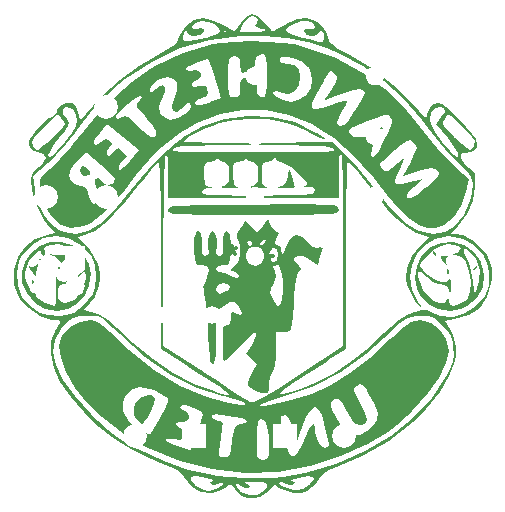
<source format=gbo>
%TF.GenerationSoftware,KiCad,Pcbnew,7.0.10*%
%TF.CreationDate,2024-04-05T22:28:22-04:00*%
%TF.ProjectId,finalIOTproject,66696e61-6c49-44f5-9470-726f6a656374,rev?*%
%TF.SameCoordinates,Original*%
%TF.FileFunction,Legend,Bot*%
%TF.FilePolarity,Positive*%
%FSLAX46Y46*%
G04 Gerber Fmt 4.6, Leading zero omitted, Abs format (unit mm)*
G04 Created by KiCad (PCBNEW 7.0.10) date 2024-04-05 22:28:22*
%MOMM*%
%LPD*%
G01*
G04 APERTURE LIST*
G04 Aperture macros list*
%AMRoundRect*
0 Rectangle with rounded corners*
0 $1 Rounding radius*
0 $2 $3 $4 $5 $6 $7 $8 $9 X,Y pos of 4 corners*
0 Add a 4 corners polygon primitive as box body*
4,1,4,$2,$3,$4,$5,$6,$7,$8,$9,$2,$3,0*
0 Add four circle primitives for the rounded corners*
1,1,$1+$1,$2,$3*
1,1,$1+$1,$4,$5*
1,1,$1+$1,$6,$7*
1,1,$1+$1,$8,$9*
0 Add four rect primitives between the rounded corners*
20,1,$1+$1,$2,$3,$4,$5,0*
20,1,$1+$1,$4,$5,$6,$7,0*
20,1,$1+$1,$6,$7,$8,$9,0*
20,1,$1+$1,$8,$9,$2,$3,0*%
G04 Aperture macros list end*
%ADD10C,0.300000*%
%ADD11C,1.524000*%
%ADD12R,1.524000X1.524000*%
%ADD13C,1.600000*%
%ADD14O,1.600000X1.600000*%
%ADD15R,2.000000X2.000000*%
%ADD16C,2.000000*%
%ADD17R,1.700000X1.700000*%
%ADD18O,1.700000X1.700000*%
%ADD19C,3.200000*%
%ADD20RoundRect,0.102000X-0.750000X0.750000X-0.750000X-0.750000X0.750000X-0.750000X0.750000X0.750000X0*%
%ADD21C,1.704000*%
G04 APERTURE END LIST*
D10*
X136881427Y-71309757D02*
X137024285Y-71238328D01*
X137024285Y-71238328D02*
X137238570Y-71238328D01*
X137238570Y-71238328D02*
X137452856Y-71309757D01*
X137452856Y-71309757D02*
X137595713Y-71452614D01*
X137595713Y-71452614D02*
X137667142Y-71595471D01*
X137667142Y-71595471D02*
X137738570Y-71881185D01*
X137738570Y-71881185D02*
X137738570Y-72095471D01*
X137738570Y-72095471D02*
X137667142Y-72381185D01*
X137667142Y-72381185D02*
X137595713Y-72524042D01*
X137595713Y-72524042D02*
X137452856Y-72666900D01*
X137452856Y-72666900D02*
X137238570Y-72738328D01*
X137238570Y-72738328D02*
X137095713Y-72738328D01*
X137095713Y-72738328D02*
X136881427Y-72666900D01*
X136881427Y-72666900D02*
X136809999Y-72595471D01*
X136809999Y-72595471D02*
X136809999Y-72095471D01*
X136809999Y-72095471D02*
X137095713Y-72095471D01*
X135952856Y-71238328D02*
X135952856Y-71595471D01*
X136309999Y-71452614D02*
X135952856Y-71595471D01*
X135952856Y-71595471D02*
X135595713Y-71452614D01*
X136167142Y-71881185D02*
X135952856Y-71595471D01*
X135952856Y-71595471D02*
X135738570Y-71881185D01*
X134809999Y-71238328D02*
X134809999Y-71595471D01*
X135167142Y-71452614D02*
X134809999Y-71595471D01*
X134809999Y-71595471D02*
X134452856Y-71452614D01*
X135024285Y-71881185D02*
X134809999Y-71595471D01*
X134809999Y-71595471D02*
X134595713Y-71881185D01*
X133667142Y-71238328D02*
X133667142Y-71595471D01*
X134024285Y-71452614D02*
X133667142Y-71595471D01*
X133667142Y-71595471D02*
X133309999Y-71452614D01*
X133881428Y-71881185D02*
X133667142Y-71595471D01*
X133667142Y-71595471D02*
X133452856Y-71881185D01*
%TO.C,G\u002A\u002A\u002A*%
G36*
X117475200Y-72364800D02*
G01*
X117373600Y-72466400D01*
X117272000Y-72364800D01*
X117373600Y-72263200D01*
X117475200Y-72364800D01*
G37*
G36*
X152003158Y-73363866D02*
G01*
X151988791Y-73569964D01*
X151896434Y-73630566D01*
X151856167Y-73558677D01*
X151880392Y-73241100D01*
X151953533Y-73147045D01*
X152003158Y-73363866D01*
G37*
G36*
X119100800Y-73076000D02*
G01*
X119086136Y-73183573D01*
X118965334Y-73211466D01*
X118941015Y-73181684D01*
X118965334Y-72940533D01*
X119026453Y-72908743D01*
X119100800Y-73076000D01*
G37*
G36*
X116865600Y-74295200D02*
G01*
X116850936Y-74402773D01*
X116730134Y-74430666D01*
X116705815Y-74400884D01*
X116730134Y-74159733D01*
X116791253Y-74127943D01*
X116865600Y-74295200D01*
G37*
G36*
X154375404Y-73044603D02*
G01*
X154312678Y-73134871D01*
X154140808Y-73279200D01*
X154112401Y-73277222D01*
X154067652Y-73159596D01*
X154285797Y-72954996D01*
X154399354Y-72905555D01*
X154375404Y-73044603D01*
G37*
G36*
X150710143Y-71662743D02*
G01*
X150901600Y-71856800D01*
X150939449Y-71928743D01*
X150925585Y-72060000D01*
X150889858Y-72050856D01*
X150698400Y-71856800D01*
X150660552Y-71784856D01*
X150674416Y-71653600D01*
X150710143Y-71662743D01*
G37*
G36*
X146424687Y-61257772D02*
G01*
X146286584Y-61608464D01*
X146073889Y-61934395D01*
X145850086Y-62044961D01*
X145614628Y-61881505D01*
X145645213Y-61605727D01*
X146011536Y-61333416D01*
X146318196Y-61205494D01*
X146424687Y-61257772D01*
G37*
G36*
X121363426Y-64617674D02*
G01*
X121620515Y-64874820D01*
X121649156Y-65137680D01*
X121570376Y-65224433D01*
X121216031Y-65354400D01*
X120910072Y-65203578D01*
X120754931Y-64865056D01*
X120851819Y-64541620D01*
X121039258Y-64486875D01*
X121363426Y-64617674D01*
G37*
G36*
X151899607Y-72112690D02*
G01*
X151878216Y-72190770D01*
X151767247Y-72297700D01*
X151758191Y-72631928D01*
X151775279Y-72680154D01*
X151824951Y-72869273D01*
X151724650Y-72791061D01*
X151428821Y-72415600D01*
X151322857Y-72267520D01*
X151307544Y-72099958D01*
X151638720Y-72076042D01*
X151899607Y-72112690D01*
G37*
G36*
X126851704Y-83883006D02*
G01*
X127118033Y-84129500D01*
X127073047Y-84616556D01*
X126718019Y-85356014D01*
X126498373Y-85710930D01*
X126201395Y-86123325D01*
X126021786Y-86284000D01*
X125834556Y-86187487D01*
X125514779Y-85892162D01*
X125330058Y-85560349D01*
X125319581Y-84993029D01*
X125561656Y-84436850D01*
X125994286Y-84013732D01*
X126555471Y-83845600D01*
X126851704Y-83883006D01*
G37*
G36*
X117189569Y-72940219D02*
G01*
X117131334Y-73160504D01*
X117068800Y-73639456D01*
X117065180Y-73737995D01*
X116991221Y-73820232D01*
X116770463Y-73572037D01*
X116762330Y-73561241D01*
X116517918Y-73163375D01*
X116488571Y-72947760D01*
X116685119Y-72988440D01*
X116829133Y-73020174D01*
X117110687Y-72848033D01*
X117120902Y-72833782D01*
X117242364Y-72709052D01*
X117189569Y-72940219D01*
G37*
G36*
X138664147Y-65183122D02*
G01*
X138786081Y-65604043D01*
X138933674Y-66046722D01*
X138945485Y-66246168D01*
X138719782Y-66338020D01*
X138172541Y-66350145D01*
X138148810Y-66349589D01*
X137666574Y-66325273D01*
X137558909Y-66276158D01*
X137795200Y-66189184D01*
X137898908Y-66155789D01*
X138242861Y-65887504D01*
X138411014Y-65345839D01*
X138429898Y-65223440D01*
X138500079Y-64851133D01*
X138563576Y-64847070D01*
X138664147Y-65183122D01*
G37*
G36*
X140277615Y-67727460D02*
G01*
X141243846Y-67732605D01*
X141906749Y-67742184D01*
X142214800Y-67756132D01*
X142500669Y-67861051D01*
X142672000Y-68213332D01*
X142658876Y-68316459D01*
X142593214Y-68399949D01*
X142435696Y-68465609D01*
X142147004Y-68515578D01*
X141687820Y-68551993D01*
X141018827Y-68576993D01*
X140100707Y-68592715D01*
X138894141Y-68601299D01*
X137359811Y-68604881D01*
X135458400Y-68605600D01*
X135296438Y-68605598D01*
X133425457Y-68604824D01*
X131918470Y-68601143D01*
X130736129Y-68592367D01*
X129839089Y-68576308D01*
X129188004Y-68550778D01*
X128743528Y-68513590D01*
X128466316Y-68462556D01*
X128317021Y-68395488D01*
X128256298Y-68310198D01*
X128244800Y-68204499D01*
X128250206Y-68124657D01*
X128295921Y-68031109D01*
X128422908Y-67956882D01*
X128671808Y-67899227D01*
X129083260Y-67855394D01*
X129697904Y-67822632D01*
X130556381Y-67798192D01*
X131699329Y-67779323D01*
X133167389Y-67763275D01*
X135001200Y-67747299D01*
X136074206Y-67739252D01*
X137641270Y-67730720D01*
X139059581Y-67726810D01*
X140277615Y-67727460D01*
G37*
G36*
X154979496Y-73722846D02*
G01*
X154859578Y-74740206D01*
X154377260Y-75638755D01*
X153551896Y-76355032D01*
X153052706Y-76585185D01*
X152089290Y-76727038D01*
X151111521Y-76561247D01*
X150237169Y-76115624D01*
X149584003Y-75417982D01*
X149347383Y-74923686D01*
X149178764Y-73937056D01*
X149255744Y-73418866D01*
X149400841Y-73418866D01*
X149425789Y-73756281D01*
X149551914Y-74278914D01*
X149559732Y-74304449D01*
X149857980Y-74933734D01*
X150291045Y-75472577D01*
X150784308Y-75873223D01*
X151263155Y-76087913D01*
X151652968Y-76068890D01*
X151879130Y-75768400D01*
X151894864Y-75710765D01*
X151961114Y-75594982D01*
X151995629Y-75870000D01*
X152000127Y-75932067D01*
X152118933Y-76235738D01*
X152438737Y-76286840D01*
X153029464Y-76100997D01*
X153363728Y-75940258D01*
X153664647Y-75643146D01*
X153807164Y-75165802D01*
X153844573Y-74396800D01*
X153843842Y-74293370D01*
X153737218Y-73363214D01*
X153475258Y-72625162D01*
X153093829Y-72149709D01*
X152628800Y-72007349D01*
X152334754Y-72032515D01*
X152266636Y-72003076D01*
X152578000Y-71861497D01*
X152668233Y-71809825D01*
X153312572Y-71809825D01*
X153537571Y-72308389D01*
X153696473Y-72660484D01*
X153904944Y-73385053D01*
X154034890Y-74173891D01*
X154045212Y-74280524D01*
X154057977Y-74396800D01*
X154112381Y-74892384D01*
X154176348Y-75155717D01*
X154265144Y-75120470D01*
X154406800Y-74836592D01*
X154591972Y-74241391D01*
X154607138Y-73278676D01*
X154319142Y-72374738D01*
X153754888Y-71660644D01*
X153531528Y-71512135D01*
X153317048Y-71525060D01*
X153312572Y-71809825D01*
X152668233Y-71809825D01*
X152889153Y-71683314D01*
X153018119Y-71445572D01*
X152858199Y-71248836D01*
X152477426Y-71126785D01*
X151943829Y-71113094D01*
X151325442Y-71241443D01*
X151180435Y-71298821D01*
X150652829Y-71618292D01*
X150133806Y-72056896D01*
X149738189Y-72507827D01*
X149580800Y-72864279D01*
X149605968Y-72933925D01*
X149836244Y-73243868D01*
X150228976Y-73661488D01*
X150749685Y-74051019D01*
X151321477Y-74274123D01*
X151804197Y-74278341D01*
X152087825Y-74041200D01*
X152115290Y-74002990D01*
X152170182Y-74157658D01*
X152193478Y-74600000D01*
X152193581Y-74631921D01*
X152181309Y-75090883D01*
X152127792Y-75185545D01*
X152012868Y-74955600D01*
X151822878Y-74672602D01*
X151336038Y-74498400D01*
X151202930Y-74481407D01*
X150702353Y-74266165D01*
X150184001Y-73882822D01*
X149988833Y-73709326D01*
X149615383Y-73433803D01*
X149418755Y-73373512D01*
X149400841Y-73418866D01*
X149255744Y-73418866D01*
X149327571Y-72935361D01*
X149768878Y-72032292D01*
X150477758Y-71341543D01*
X151382773Y-70953416D01*
X152369920Y-70898873D01*
X153312504Y-71173688D01*
X154118685Y-71750429D01*
X154696627Y-72601665D01*
X154717659Y-72650137D01*
X154871079Y-73278676D01*
X154979496Y-73722846D01*
G37*
G36*
X121700608Y-73716393D02*
G01*
X121665835Y-73958895D01*
X121564489Y-74665672D01*
X121112500Y-75545261D01*
X120340751Y-76272349D01*
X119762641Y-76564881D01*
X118791812Y-76727665D01*
X117822306Y-76549674D01*
X116946033Y-76053631D01*
X116254903Y-75262257D01*
X115894555Y-74366858D01*
X115881256Y-73972755D01*
X116137965Y-73972755D01*
X116333968Y-74574780D01*
X116418611Y-74758301D01*
X116664211Y-75126602D01*
X116861342Y-75212231D01*
X116970997Y-75194232D01*
X117068800Y-75411176D01*
X117076591Y-75463459D01*
X117311095Y-75759694D01*
X117773474Y-76032768D01*
X117877728Y-76075520D01*
X118367129Y-76254560D01*
X118660743Y-76327200D01*
X118673218Y-76323690D01*
X118749518Y-76091664D01*
X118788203Y-75568211D01*
X118782411Y-74989780D01*
X118897600Y-74989780D01*
X118957102Y-75607831D01*
X119193382Y-76025805D01*
X119617019Y-76084626D01*
X120235936Y-75789024D01*
X120508325Y-75575961D01*
X121029683Y-74849267D01*
X121265164Y-73958895D01*
X121215223Y-73251347D01*
X120570795Y-73865732D01*
X120433533Y-73988304D01*
X119879858Y-74354985D01*
X119402395Y-74498400D01*
X119328419Y-74499759D01*
X118986328Y-74613756D01*
X118897600Y-74989780D01*
X118782411Y-74989780D01*
X118781051Y-74854000D01*
X118774372Y-74681878D01*
X118764115Y-74099627D01*
X118780947Y-73797365D01*
X118822315Y-73838000D01*
X118947039Y-74104309D01*
X119330999Y-74286597D01*
X119888556Y-74172335D01*
X120558410Y-73764132D01*
X121215008Y-73248299D01*
X121215223Y-73251347D01*
X121234400Y-73233064D01*
X121215008Y-73248299D01*
X121198221Y-73010483D01*
X120812306Y-72109670D01*
X120806099Y-72100192D01*
X120578167Y-71805952D01*
X120352358Y-71780726D01*
X119958976Y-72003376D01*
X119957939Y-72004036D01*
X119523867Y-72313416D01*
X119256312Y-72563306D01*
X119173842Y-72650291D01*
X119103912Y-72534133D01*
X118942757Y-72306972D01*
X118542000Y-72079324D01*
X118482497Y-72056125D01*
X118165484Y-71925746D01*
X118211457Y-71905629D01*
X118639034Y-71975933D01*
X118862423Y-72005811D01*
X119477916Y-71996204D01*
X119936734Y-71863168D01*
X120116800Y-71634877D01*
X119941003Y-71402854D01*
X119493720Y-71216840D01*
X118911455Y-71117771D01*
X118330749Y-71143233D01*
X118023176Y-71214769D01*
X117769253Y-71378093D01*
X117783528Y-71664714D01*
X117816990Y-71902401D01*
X117692094Y-72060000D01*
X117581453Y-72012084D01*
X117475200Y-71719779D01*
X117471970Y-71666217D01*
X117351072Y-71555576D01*
X117103841Y-71710532D01*
X116796545Y-72058507D01*
X116495449Y-72526924D01*
X116266823Y-73043208D01*
X116151991Y-73453639D01*
X116137965Y-73972755D01*
X115881256Y-73972755D01*
X115863311Y-73440979D01*
X116131573Y-72579019D01*
X116646108Y-71837226D01*
X117353685Y-71271851D01*
X118201074Y-70939141D01*
X119135041Y-70895347D01*
X120102356Y-71196715D01*
X120252632Y-71278501D01*
X121040790Y-71939998D01*
X121524745Y-72780232D01*
X121609812Y-73233064D01*
X121700608Y-73716393D01*
G37*
G36*
X137175340Y-71165104D02*
G01*
X136577189Y-72302209D01*
X136777635Y-72557034D01*
X136982995Y-72818107D01*
X137036597Y-72887438D01*
X137327590Y-73393649D01*
X137338510Y-73878563D01*
X137078782Y-74508490D01*
X137014722Y-74649553D01*
X136913956Y-74871442D01*
X136886867Y-75247373D01*
X137084000Y-75717600D01*
X137111194Y-75768990D01*
X137371487Y-76164897D01*
X137573519Y-76327200D01*
X137774958Y-76156369D01*
X137915243Y-75691089D01*
X137982048Y-75041292D01*
X137971111Y-74317132D01*
X137878166Y-73628766D01*
X137698952Y-73086348D01*
X137558453Y-72790019D01*
X137512805Y-72489810D01*
X137688258Y-72267633D01*
X137769843Y-72181737D01*
X138040035Y-71752158D01*
X138303447Y-71173233D01*
X138543210Y-70644410D01*
X138803800Y-70385513D01*
X139177741Y-70325639D01*
X139630688Y-70440935D01*
X140091430Y-70913332D01*
X140173297Y-71036740D01*
X140523854Y-71370178D01*
X140946195Y-71400399D01*
X141127092Y-71370825D01*
X141327534Y-71413010D01*
X141240765Y-71670108D01*
X141142072Y-71913049D01*
X141046400Y-72453041D01*
X141043045Y-72588844D01*
X140968129Y-72829562D01*
X140740530Y-72788329D01*
X140289048Y-72466400D01*
X140128933Y-72352083D01*
X139631875Y-72124779D01*
X139209587Y-72080935D01*
X138942774Y-72195726D01*
X138912142Y-72444324D01*
X139198396Y-72801904D01*
X139337433Y-72927469D01*
X139478169Y-73162800D01*
X139313358Y-73366119D01*
X139267241Y-73412045D01*
X139112800Y-73792375D01*
X138993842Y-74516756D01*
X138904773Y-75616000D01*
X138871248Y-76179946D01*
X138803643Y-77163921D01*
X138729654Y-77831215D01*
X138630147Y-78243269D01*
X138485988Y-78461524D01*
X138278043Y-78547421D01*
X137987176Y-78562400D01*
X137374095Y-78562400D01*
X137409400Y-79961343D01*
X137405758Y-80674086D01*
X137315120Y-81371948D01*
X137111952Y-81835356D01*
X136888824Y-82318111D01*
X136779200Y-82942546D01*
X136779197Y-82947245D01*
X136745741Y-83423986D01*
X136666240Y-83687627D01*
X136568420Y-83725631D01*
X136182990Y-83681395D01*
X135685813Y-83519058D01*
X135238295Y-83297840D01*
X135001841Y-83076960D01*
X134989630Y-82969711D01*
X135093552Y-82539231D01*
X135344675Y-81994931D01*
X135795152Y-81193416D01*
X135324239Y-80812093D01*
X134853326Y-80430770D01*
X135323733Y-79593794D01*
X135404871Y-79446814D01*
X135678984Y-78863481D01*
X135705834Y-78593578D01*
X135494272Y-78636493D01*
X135053153Y-78991612D01*
X134391330Y-79658324D01*
X134113962Y-79950735D01*
X133579681Y-80489207D01*
X133176740Y-80861710D01*
X132976155Y-81000872D01*
X132954369Y-80979910D01*
X132899146Y-80687924D01*
X132863525Y-80140717D01*
X132850380Y-79452030D01*
X132862584Y-78735610D01*
X132903009Y-78105200D01*
X132943151Y-78036260D01*
X133223200Y-77952800D01*
X133439263Y-77823138D01*
X133528000Y-77336050D01*
X133544255Y-76977829D01*
X133656834Y-76829949D01*
X133951804Y-76946113D01*
X134056741Y-76998996D01*
X134412884Y-77083478D01*
X134485770Y-76888191D01*
X134262041Y-76435141D01*
X134055413Y-76140482D01*
X133813438Y-75961318D01*
X133495445Y-76026571D01*
X132969200Y-76324972D01*
X132308800Y-76727626D01*
X132308800Y-78965813D01*
X132306318Y-79546653D01*
X132284927Y-80365083D01*
X132234830Y-80872633D01*
X132147884Y-81131529D01*
X132015949Y-81204000D01*
X131933484Y-81178276D01*
X131824069Y-80991911D01*
X131745405Y-80575281D01*
X131688340Y-79869680D01*
X131643721Y-78816400D01*
X131603167Y-77956642D01*
X131528266Y-76969717D01*
X131435747Y-76149858D01*
X131337077Y-75616714D01*
X131253207Y-75274734D01*
X131235915Y-74926540D01*
X132308800Y-74926540D01*
X132366716Y-75175620D01*
X132658618Y-75291127D01*
X133172400Y-75091723D01*
X133393771Y-74930498D01*
X133504595Y-74649553D01*
X133223200Y-74424917D01*
X132879268Y-74368169D01*
X132474294Y-74533503D01*
X132308800Y-74926540D01*
X131235915Y-74926540D01*
X131226049Y-74727880D01*
X131404504Y-74213895D01*
X131552748Y-73891099D01*
X131702222Y-73308677D01*
X131555952Y-72977594D01*
X131108407Y-72872800D01*
X131090653Y-72872788D01*
X130764337Y-72848101D01*
X130584363Y-72710165D01*
X130494963Y-72361444D01*
X130440371Y-71704400D01*
X130426254Y-71205061D01*
X130465463Y-70578581D01*
X130562610Y-70195506D01*
X130626124Y-70091161D01*
X130791525Y-69962209D01*
X131002810Y-70184217D01*
X131019903Y-70209697D01*
X131148063Y-70665620D01*
X131139810Y-71286710D01*
X131100801Y-71711961D01*
X131165114Y-71990365D01*
X131389877Y-72060000D01*
X131570908Y-72024636D01*
X131679278Y-71806544D01*
X131652651Y-71298000D01*
X131643371Y-71205673D01*
X131655024Y-70616782D01*
X131771464Y-70195506D01*
X131837975Y-70091495D01*
X132009503Y-69962167D01*
X132222010Y-70184217D01*
X132239103Y-70209697D01*
X132367263Y-70665620D01*
X132359010Y-71286710D01*
X132319744Y-71718362D01*
X132385922Y-71992101D01*
X132613600Y-72060000D01*
X132808217Y-72019792D01*
X132905272Y-71797730D01*
X132868191Y-71286710D01*
X132861277Y-71230278D01*
X132866174Y-70615432D01*
X133005191Y-70184217D01*
X133081335Y-70083453D01*
X133262072Y-69963378D01*
X133445391Y-70195506D01*
X133519121Y-70432018D01*
X133576913Y-71002899D01*
X133567630Y-71704400D01*
X133565303Y-71739510D01*
X133510370Y-72381629D01*
X133418286Y-72719526D01*
X133233283Y-72850737D01*
X132899594Y-72872800D01*
X132489628Y-72935070D01*
X132308800Y-73177600D01*
X132347865Y-73324189D01*
X132623691Y-73482400D01*
X133018218Y-73571519D01*
X133526560Y-73786454D01*
X133527402Y-73786890D01*
X133984054Y-73952201D01*
X134233360Y-73898250D01*
X134206602Y-73717996D01*
X133920248Y-73474825D01*
X133488313Y-73243661D01*
X133914557Y-72945108D01*
X134178828Y-72593657D01*
X134215206Y-72450322D01*
X135241158Y-72450322D01*
X135415537Y-72748908D01*
X135556928Y-72932803D01*
X135710778Y-73014845D01*
X135836904Y-72770625D01*
X135902458Y-72557034D01*
X135837266Y-72299509D01*
X135464122Y-72296037D01*
X135354979Y-72323359D01*
X135241158Y-72450322D01*
X134215206Y-72450322D01*
X134337120Y-71969955D01*
X134326812Y-71262140D01*
X134225251Y-70930407D01*
X134950400Y-70930407D01*
X134975269Y-71081802D01*
X135153600Y-71247200D01*
X135201811Y-71241727D01*
X135342509Y-71073118D01*
X135995580Y-71073118D01*
X136062576Y-71238987D01*
X136264390Y-71180714D01*
X136452799Y-70925420D01*
X136487834Y-70747604D01*
X136334839Y-70684120D01*
X136261654Y-70717693D01*
X136012967Y-71005900D01*
X136000010Y-71055992D01*
X135995580Y-71073118D01*
X135342509Y-71073118D01*
X135356800Y-71055992D01*
X135349049Y-70998982D01*
X135153600Y-70739200D01*
X135048910Y-70720084D01*
X134950400Y-70930407D01*
X134225251Y-70930407D01*
X134132944Y-70628898D01*
X134103560Y-70570465D01*
X134060650Y-70211571D01*
X134336144Y-69829456D01*
X134614575Y-69483888D01*
X134748210Y-69164400D01*
X134763611Y-69121060D01*
X134942118Y-69197490D01*
X135256210Y-69520000D01*
X135763200Y-70129600D01*
X136234747Y-69562380D01*
X136706294Y-68995160D01*
X136941591Y-69511580D01*
X137180164Y-69861230D01*
X137475190Y-70028000D01*
X137517677Y-70031986D01*
X137599518Y-70163247D01*
X137490398Y-70522020D01*
X137379880Y-70747604D01*
X137175340Y-71165104D01*
G37*
G36*
X147416083Y-58678860D02*
G01*
X148113933Y-59423814D01*
X148871051Y-60296797D01*
X149225090Y-60735981D01*
X149593822Y-61193392D01*
X150236863Y-61997005D01*
X151037203Y-62937000D01*
X151804094Y-63782162D01*
X152434574Y-64415696D01*
X153236884Y-65158494D01*
X153672703Y-65561986D01*
X153443747Y-66664860D01*
X153072303Y-67840890D01*
X152448209Y-68821648D01*
X151608750Y-69471580D01*
X151558263Y-69496615D01*
X150881881Y-69721081D01*
X150201650Y-69715317D01*
X149485834Y-69458202D01*
X148702696Y-68928615D01*
X147820501Y-68105432D01*
X146807511Y-66967533D01*
X145631989Y-65493795D01*
X144684981Y-64407060D01*
X146156640Y-64407060D01*
X146228500Y-64530935D01*
X146378770Y-64677855D01*
X146613446Y-64881541D01*
X146844206Y-64887105D01*
X147189013Y-64622112D01*
X147692577Y-64187676D01*
X148080979Y-63891549D01*
X148220882Y-63879135D01*
X148139820Y-64154487D01*
X147865327Y-64721658D01*
X147648456Y-65193439D01*
X147479280Y-65717117D01*
X147494151Y-65990630D01*
X147599006Y-66034664D01*
X148036860Y-66017487D01*
X148678491Y-65866530D01*
X149053698Y-65754367D01*
X149540776Y-65615123D01*
X149767056Y-65559799D01*
X149737102Y-65613740D01*
X149485485Y-65864709D01*
X149055856Y-66251660D01*
X148674676Y-66610443D01*
X148435702Y-66951310D01*
X148483772Y-67176471D01*
X148550436Y-67220086D01*
X148819979Y-67181158D01*
X149272246Y-66904689D01*
X149956972Y-66363224D01*
X150122140Y-66223804D01*
X150674296Y-65734516D01*
X151060822Y-65355205D01*
X151206400Y-65158494D01*
X151158916Y-65032500D01*
X150906933Y-64749225D01*
X150842375Y-64702568D01*
X150559263Y-64626322D01*
X150108261Y-64692705D01*
X149387515Y-64912672D01*
X148167565Y-65324656D01*
X148785737Y-64100063D01*
X148879011Y-63914595D01*
X149158298Y-63325207D01*
X149269272Y-62962923D01*
X149230015Y-62721306D01*
X149058609Y-62493919D01*
X148904461Y-62334260D01*
X148700488Y-62240654D01*
X148432965Y-62359270D01*
X147978655Y-62715378D01*
X147489496Y-63116308D01*
X146829618Y-63660855D01*
X146415389Y-64023306D01*
X146205000Y-64254946D01*
X146156640Y-64407060D01*
X144684981Y-64407060D01*
X144040641Y-63667651D01*
X142263278Y-62117803D01*
X141188466Y-61441383D01*
X143545872Y-61441383D01*
X143547747Y-61600690D01*
X143682645Y-61791946D01*
X143929932Y-61979233D01*
X144494719Y-62002935D01*
X144911064Y-61991795D01*
X145368451Y-62214277D01*
X145599473Y-62624693D01*
X145514172Y-63124111D01*
X145395142Y-63431423D01*
X145482870Y-63776149D01*
X145515830Y-63796781D01*
X145731144Y-63666889D01*
X146068216Y-63172592D01*
X146533772Y-62304468D01*
X146825030Y-61717001D01*
X147097493Y-61116187D01*
X147213872Y-60735981D01*
X147195794Y-60495285D01*
X147064889Y-60313002D01*
X147026192Y-60275714D01*
X146823404Y-60150995D01*
X146541808Y-60147914D01*
X146083802Y-60280762D01*
X145351784Y-60563828D01*
X144886415Y-60751925D01*
X144160403Y-61057323D01*
X143731823Y-61273702D01*
X143545872Y-61441383D01*
X141188466Y-61441383D01*
X140402917Y-60947007D01*
X138484304Y-60155551D01*
X136532185Y-59743719D01*
X134571305Y-59711799D01*
X132626410Y-60060076D01*
X130722246Y-60788837D01*
X129067289Y-61787500D01*
X128883560Y-61898369D01*
X127418580Y-63147283D01*
X127135096Y-63388957D01*
X125501600Y-65260888D01*
X125250562Y-65577922D01*
X124550180Y-66462430D01*
X123492378Y-67670158D01*
X122540616Y-68613190D01*
X121725617Y-69261496D01*
X121078101Y-69585044D01*
X120056951Y-69692840D01*
X119159901Y-69430501D01*
X118417734Y-68810250D01*
X117849015Y-67847670D01*
X117472307Y-66558343D01*
X117379415Y-66017287D01*
X117382752Y-65615992D01*
X117538519Y-65347007D01*
X119843204Y-65347007D01*
X120037171Y-65730504D01*
X120336871Y-66004591D01*
X120839523Y-66167200D01*
X121164398Y-66228546D01*
X121345166Y-66421200D01*
X121421077Y-66760259D01*
X121601226Y-67253056D01*
X121608340Y-67269704D01*
X121791378Y-67646399D01*
X121950695Y-67685759D01*
X122216433Y-67423933D01*
X122447571Y-67117385D01*
X122459087Y-66831991D01*
X122256869Y-66382908D01*
X122063126Y-65903700D01*
X122059519Y-65559827D01*
X122272719Y-65502199D01*
X122672281Y-65775342D01*
X122888579Y-65964153D01*
X123190635Y-66100796D01*
X123463644Y-65968943D01*
X123637172Y-65802086D01*
X123774400Y-65577922D01*
X123762340Y-65548716D01*
X123546169Y-65300077D01*
X123115115Y-64879838D01*
X122542319Y-64360284D01*
X121310238Y-63275761D01*
X120795812Y-63756280D01*
X120359519Y-64240932D01*
X120006342Y-64765304D01*
X119907653Y-64970560D01*
X119843204Y-65347007D01*
X117538519Y-65347007D01*
X117552038Y-65323661D01*
X117933106Y-64983669D01*
X118215396Y-64743396D01*
X119119697Y-63876593D01*
X120051117Y-62822414D01*
X120192967Y-62640723D01*
X121971884Y-62640723D01*
X122163174Y-62676334D01*
X122546588Y-62415794D01*
X122665717Y-62313120D01*
X122976231Y-62163723D01*
X123267715Y-62307491D01*
X123389045Y-62416317D01*
X123469089Y-62630920D01*
X123251621Y-62932330D01*
X123076330Y-63220452D01*
X123072371Y-63540437D01*
X123079927Y-63552130D01*
X123278935Y-63609816D01*
X123584723Y-63304472D01*
X123844787Y-62993324D01*
X124055628Y-62958276D01*
X124371600Y-63209578D01*
X124796707Y-63594294D01*
X124349205Y-64070638D01*
X124075086Y-64454699D01*
X124100910Y-64746189D01*
X124202306Y-64779793D01*
X124542088Y-64584142D01*
X125051635Y-64046339D01*
X125803153Y-63147283D01*
X124448480Y-62022849D01*
X123093808Y-60898416D01*
X122435244Y-61653208D01*
X122204835Y-61949248D01*
X121982508Y-62376011D01*
X121971884Y-62640723D01*
X120192967Y-62640723D01*
X121088551Y-61493600D01*
X122196077Y-60181985D01*
X123848178Y-60181985D01*
X123856286Y-60424018D01*
X124013708Y-60461517D01*
X124365468Y-60333130D01*
X124554572Y-60254670D01*
X124814818Y-60308047D01*
X125175861Y-60575142D01*
X125720188Y-61102822D01*
X126098802Y-61483551D01*
X126533341Y-61886353D01*
X126810167Y-62055238D01*
X127004609Y-62028077D01*
X127192000Y-61842741D01*
X127226422Y-61787500D01*
X127207629Y-61524235D01*
X126950760Y-61104619D01*
X126423595Y-60471141D01*
X126246184Y-60269935D01*
X125820538Y-59760262D01*
X125622913Y-59436048D01*
X125614612Y-59212083D01*
X125756936Y-59003154D01*
X125849874Y-58893083D01*
X126004442Y-58607972D01*
X125883348Y-58535601D01*
X125541604Y-58674456D01*
X125034224Y-59023025D01*
X124820232Y-59195026D01*
X124165048Y-59777609D01*
X123848178Y-60181985D01*
X122196077Y-60181985D01*
X122889355Y-59360953D01*
X124475349Y-57917135D01*
X126671892Y-57917135D01*
X126714772Y-58202504D01*
X126874418Y-58188787D01*
X127192755Y-57970220D01*
X127400841Y-57799048D01*
X127795202Y-57616145D01*
X127993250Y-57753012D01*
X127973044Y-58172975D01*
X127712649Y-58839360D01*
X127664101Y-58939879D01*
X127497510Y-59491828D01*
X127593845Y-59959980D01*
X127809757Y-60268346D01*
X128198783Y-60524443D01*
X128425061Y-60549705D01*
X129047850Y-60423309D01*
X129656354Y-60109305D01*
X130058151Y-59693668D01*
X130122581Y-59527731D01*
X140415036Y-59527731D01*
X140715303Y-59676438D01*
X141334667Y-59579944D01*
X142284497Y-59250951D01*
X142724159Y-59088862D01*
X143202570Y-58946069D01*
X143424841Y-58927506D01*
X143423338Y-59006459D01*
X143270576Y-59345246D01*
X142972781Y-59837626D01*
X142802417Y-60118114D01*
X142588483Y-60591093D01*
X142563152Y-60872271D01*
X142789227Y-61070027D01*
X143109465Y-60979041D01*
X143528660Y-60546733D01*
X144071704Y-59754664D01*
X144156678Y-59618261D01*
X144537927Y-58982005D01*
X144805955Y-58494617D01*
X144907200Y-58252404D01*
X144859790Y-58099362D01*
X144519382Y-57971257D01*
X143872927Y-58054574D01*
X142946515Y-58348039D01*
X142900948Y-58365171D01*
X142234754Y-58611088D01*
X141739861Y-58785636D01*
X141520446Y-58852000D01*
X141544447Y-58763431D01*
X141741695Y-58424095D01*
X142076169Y-57917587D01*
X142354701Y-57501055D01*
X142555294Y-57119895D01*
X142559641Y-56875971D01*
X142395569Y-56659683D01*
X142176492Y-56477584D01*
X141993337Y-56425695D01*
X141977113Y-56447139D01*
X141795212Y-56721514D01*
X141470066Y-57229536D01*
X141454934Y-57253550D01*
X141059029Y-57881820D01*
X140726326Y-58443922D01*
X140422499Y-59121126D01*
X140416389Y-59454004D01*
X140415036Y-59527731D01*
X130122581Y-59527731D01*
X130151207Y-59454004D01*
X130103634Y-59170374D01*
X129861869Y-59147343D01*
X129537839Y-59439571D01*
X129335549Y-59679743D01*
X128950378Y-59895080D01*
X128668947Y-59792293D01*
X128573054Y-59430311D01*
X128744496Y-58868058D01*
X129023331Y-58099219D01*
X129015514Y-57475118D01*
X128743328Y-57071802D01*
X128242050Y-56940410D01*
X127546957Y-57132081D01*
X127410476Y-57201835D01*
X126927415Y-57553195D01*
X126671892Y-57917135D01*
X124475349Y-57917135D01*
X124923733Y-57508946D01*
X126738621Y-56283534D01*
X129733912Y-56283534D01*
X129797919Y-56375671D01*
X130099000Y-56440136D01*
X130475810Y-56360252D01*
X130876373Y-56402051D01*
X131048688Y-56682001D01*
X131028496Y-56933383D01*
X130700874Y-57162901D01*
X130447749Y-57288247D01*
X130276800Y-57571044D01*
X130282413Y-57638427D01*
X130442266Y-57781772D01*
X130886400Y-57734400D01*
X131323183Y-57694074D01*
X131496000Y-57803235D01*
X131506568Y-57915094D01*
X131611937Y-58308086D01*
X131620173Y-58331758D01*
X131544162Y-58579296D01*
X131103937Y-58747251D01*
X131079688Y-58752708D01*
X130655327Y-58899479D01*
X130480000Y-59059353D01*
X130482406Y-59107550D01*
X130619591Y-59297537D01*
X131006898Y-59294907D01*
X131699200Y-59101560D01*
X131993381Y-59001450D01*
X132466786Y-58830167D01*
X132685380Y-58735468D01*
X132687748Y-58731037D01*
X132645919Y-58499897D01*
X132508977Y-58005613D01*
X132311765Y-57357058D01*
X132172059Y-56921600D01*
X133324800Y-56921600D01*
X133329333Y-57751377D01*
X133358735Y-58264691D01*
X133436670Y-58531725D01*
X133586803Y-58632941D01*
X133832800Y-58648800D01*
X133877040Y-58648509D01*
X134182288Y-58592427D01*
X134313073Y-58359672D01*
X134340800Y-57836000D01*
X134342391Y-57596162D01*
X134394281Y-57199738D01*
X134596644Y-57047806D01*
X135052000Y-57023200D01*
X135261859Y-57025017D01*
X135608730Y-57084321D01*
X135741670Y-57315592D01*
X135763200Y-57836000D01*
X135786209Y-58305146D01*
X135903719Y-58580639D01*
X136169600Y-58648800D01*
X136332950Y-58630056D01*
X136464777Y-58513760D01*
X136524755Y-58274722D01*
X137083634Y-58274722D01*
X137173026Y-58488783D01*
X137623749Y-58731037D01*
X137651097Y-58745736D01*
X137987000Y-58876728D01*
X138671585Y-59031272D01*
X139232067Y-58920192D01*
X139811610Y-58529136D01*
X140015801Y-58344503D01*
X140348070Y-57864502D01*
X140436800Y-57253550D01*
X140436112Y-57202684D01*
X140338101Y-56566976D01*
X140124649Y-56058367D01*
X140118955Y-56050362D01*
X139691575Y-55690675D01*
X139063907Y-55399232D01*
X138408819Y-55237506D01*
X137899176Y-55266971D01*
X137746105Y-55349474D01*
X137677192Y-55552325D01*
X137909263Y-55728665D01*
X138376153Y-55804000D01*
X138420058Y-55804397D01*
X139001670Y-55937278D01*
X139322429Y-56340125D01*
X139386147Y-56805867D01*
X139420800Y-57059155D01*
X139339031Y-57603250D01*
X139006836Y-58131546D01*
X138488096Y-58370127D01*
X137857565Y-58261495D01*
X137466938Y-58135221D01*
X137118712Y-58228008D01*
X137083634Y-58274722D01*
X136524755Y-58274722D01*
X136537898Y-58222342D01*
X136569307Y-57678734D01*
X136576000Y-56805867D01*
X136575990Y-56721231D01*
X136570324Y-55881824D01*
X136541051Y-55367756D01*
X136468891Y-55104055D01*
X136334567Y-55015749D01*
X136118800Y-55027867D01*
X136008335Y-55049690D01*
X135719396Y-55259613D01*
X135597926Y-55753200D01*
X135592824Y-55802161D01*
X135506932Y-56236483D01*
X135394726Y-56416374D01*
X135213646Y-56443756D01*
X134798000Y-56541674D01*
X134497821Y-56579768D01*
X134367949Y-56408528D01*
X134340800Y-55929299D01*
X134314268Y-55476609D01*
X134172294Y-55245222D01*
X133832800Y-55194400D01*
X133588748Y-55209811D01*
X133437774Y-55309776D01*
X133359234Y-55574755D01*
X133329465Y-56085209D01*
X133324800Y-56921600D01*
X132172059Y-56921600D01*
X132089128Y-56663105D01*
X131875910Y-56032629D01*
X131706957Y-55574502D01*
X131617111Y-55397599D01*
X131261769Y-55470202D01*
X130760825Y-55656548D01*
X130252060Y-55895213D01*
X129866186Y-56124705D01*
X129733912Y-56283534D01*
X126738621Y-56283534D01*
X127125310Y-56022442D01*
X129487570Y-54905816D01*
X132004000Y-54163443D01*
X132708366Y-54050851D01*
X133912448Y-53951189D01*
X135274993Y-53912617D01*
X136655942Y-53935135D01*
X137915231Y-54018744D01*
X138912800Y-54163443D01*
X140033938Y-54445866D01*
X142439464Y-55343005D01*
X144749973Y-56602958D01*
X146906400Y-58195928D01*
X146966004Y-58252404D01*
X147416083Y-58678860D01*
G37*
G36*
X137067583Y-53117800D02*
G01*
X137455722Y-52898748D01*
X138241672Y-52898748D01*
X138330490Y-53151797D01*
X138804788Y-53392205D01*
X139674800Y-53635850D01*
X139779618Y-53660270D01*
X140497235Y-53822066D01*
X141041064Y-53935674D01*
X141300400Y-53977804D01*
X141376581Y-53939256D01*
X141449473Y-53669369D01*
X141403433Y-53309507D01*
X141249600Y-53060800D01*
X141172176Y-53027623D01*
X141046400Y-53128667D01*
X141045374Y-53151149D01*
X140856608Y-53388053D01*
X140456394Y-53467908D01*
X140009989Y-53354676D01*
X139921521Y-53300956D01*
X139729431Y-53037058D01*
X139860007Y-52848496D01*
X140250701Y-52863027D01*
X140516987Y-52892177D01*
X140640000Y-52671964D01*
X140503213Y-52394200D01*
X140090004Y-52226875D01*
X139514019Y-52230078D01*
X138891358Y-52420502D01*
X138528098Y-52617180D01*
X138241672Y-52898748D01*
X137455722Y-52898748D01*
X138108222Y-52530500D01*
X138246937Y-52453827D01*
X139172543Y-52055708D01*
X139957793Y-51963524D01*
X140698456Y-52163715D01*
X140868103Y-52261909D01*
X141337960Y-52717520D01*
X141708702Y-53303283D01*
X141810620Y-53669369D01*
X141859200Y-53843865D01*
X141868350Y-53886284D01*
X142118212Y-54161820D01*
X142661653Y-54542317D01*
X143434000Y-54981071D01*
X145354425Y-56122251D01*
X147282039Y-57582781D01*
X148912417Y-59179274D01*
X150065892Y-60484983D01*
X150280546Y-59820891D01*
X150300698Y-59760746D01*
X150576018Y-59279567D01*
X151003200Y-59100222D01*
X151106143Y-59096670D01*
X151407151Y-59181979D01*
X151784295Y-59443393D01*
X152296973Y-59927870D01*
X153004586Y-60682366D01*
X153448654Y-61175965D01*
X153967365Y-61791205D01*
X154266029Y-62226496D01*
X154323460Y-62379217D01*
X154386919Y-62547967D01*
X154372314Y-62821744D01*
X154274247Y-63068847D01*
X153920208Y-63327157D01*
X153289200Y-63337568D01*
X153224638Y-63334194D01*
X153036270Y-63472576D01*
X153057264Y-63673129D01*
X153069943Y-63794244D01*
X153292321Y-64192236D01*
X153670066Y-64559590D01*
X153736872Y-64607380D01*
X154055667Y-64868746D01*
X154212637Y-65144427D01*
X154248707Y-65564492D01*
X154220178Y-66015827D01*
X154204806Y-66259009D01*
X154017851Y-67413067D01*
X153552777Y-68546243D01*
X152769391Y-69570800D01*
X152142678Y-70231199D01*
X152639739Y-70234542D01*
X153186978Y-70338797D01*
X153959346Y-70718935D01*
X154684074Y-71290827D01*
X155223696Y-71962541D01*
X155251296Y-72010542D01*
X155519255Y-72590591D01*
X155632093Y-73197496D01*
X155629985Y-73488613D01*
X155626160Y-74016807D01*
X155593791Y-74380933D01*
X155271750Y-75547618D01*
X154636850Y-76457196D01*
X153699062Y-77098792D01*
X152468354Y-77461532D01*
X151655647Y-77591489D01*
X152142224Y-78308500D01*
X152399847Y-78775447D01*
X152641718Y-79823197D01*
X152570961Y-80511580D01*
X152520963Y-80998009D01*
X152044602Y-82277204D01*
X151219655Y-83638104D01*
X150053141Y-85058028D01*
X148935129Y-86158847D01*
X146899420Y-87752169D01*
X144664412Y-89062410D01*
X142325913Y-90027946D01*
X142053036Y-90125432D01*
X141434090Y-90439411D01*
X141146653Y-90758646D01*
X141114341Y-90836411D01*
X140992886Y-91007738D01*
X140825020Y-91244532D01*
X140384495Y-91681630D01*
X139987260Y-91975277D01*
X139507716Y-92140470D01*
X138863110Y-92120986D01*
X138665877Y-92092158D01*
X138047756Y-91924271D01*
X137624379Y-91698102D01*
X137570698Y-91650453D01*
X137330207Y-91508390D01*
X137094956Y-91604329D01*
X137066468Y-91634100D01*
X136736559Y-91978870D01*
X136531038Y-92194864D01*
X136043226Y-92502897D01*
X135393198Y-92583200D01*
X135021919Y-92564499D01*
X134510528Y-92390457D01*
X134046467Y-91948981D01*
X133908582Y-91786905D01*
X133609903Y-91492226D01*
X133392844Y-91463738D01*
X133129775Y-91661401D01*
X133058695Y-91717707D01*
X132552001Y-91962556D01*
X131922461Y-92118600D01*
X131887467Y-92123089D01*
X131005667Y-92068518D01*
X130269814Y-91654565D01*
X129643219Y-90860987D01*
X129642076Y-90859053D01*
X129611004Y-90822236D01*
X130173185Y-90822236D01*
X130175261Y-91073476D01*
X130542132Y-91479735D01*
X130602208Y-91529725D01*
X131110003Y-91840597D01*
X131558132Y-91960719D01*
X131728990Y-91948767D01*
X132296092Y-91820877D01*
X132739403Y-91605186D01*
X132882854Y-91411413D01*
X134022454Y-91411413D01*
X134060407Y-91621339D01*
X134323867Y-91956666D01*
X134434780Y-92055540D01*
X135074812Y-92340620D01*
X135776067Y-92311080D01*
X136380212Y-91966188D01*
X136642226Y-91634100D01*
X136631522Y-91362155D01*
X136454402Y-91293622D01*
X137659696Y-91293622D01*
X137873758Y-91548076D01*
X137885667Y-91557608D01*
X138296268Y-91756620D01*
X138859133Y-91902653D01*
X139104397Y-91931714D01*
X139625907Y-91854091D01*
X140147264Y-91500555D01*
X140272754Y-91386734D01*
X140564298Y-91007738D01*
X140493707Y-90788973D01*
X140074252Y-90740506D01*
X139319200Y-90872403D01*
X138931635Y-90978248D01*
X138648763Y-91090091D01*
X138699440Y-91141293D01*
X138949273Y-91201102D01*
X138873656Y-91382824D01*
X138637181Y-91498687D01*
X138206013Y-91366361D01*
X138131626Y-91328171D01*
X137766413Y-91208966D01*
X137659696Y-91293622D01*
X136454402Y-91293622D01*
X136254322Y-91216205D01*
X135497208Y-91184371D01*
X135088544Y-91202821D01*
X134775584Y-91246453D01*
X134798000Y-91300870D01*
X134949039Y-91363398D01*
X134986219Y-91378790D01*
X135153600Y-91582099D01*
X135035064Y-91744900D01*
X134723463Y-91733672D01*
X134384827Y-91529946D01*
X134245565Y-91424762D01*
X134022454Y-91411413D01*
X132882854Y-91411413D01*
X132918400Y-91363398D01*
X132834673Y-91254482D01*
X132490185Y-91375675D01*
X132153495Y-91498778D01*
X131839945Y-91382824D01*
X131755396Y-91213485D01*
X132014161Y-91141293D01*
X132086262Y-91110270D01*
X131883691Y-91011498D01*
X131394400Y-90872403D01*
X131202793Y-90828013D01*
X130520748Y-90736815D01*
X130173185Y-90822236D01*
X129611004Y-90822236D01*
X129200664Y-90336026D01*
X128693697Y-90047729D01*
X128216745Y-89895207D01*
X127342458Y-89533710D01*
X126319546Y-89048414D01*
X125259646Y-88495679D01*
X124274394Y-87931864D01*
X123475426Y-87413326D01*
X122411386Y-86559200D01*
X121156800Y-85339635D01*
X120012812Y-84013324D01*
X119108509Y-82719032D01*
X118556313Y-81555995D01*
X118292759Y-80358857D01*
X118302219Y-80210144D01*
X118490019Y-80210144D01*
X118729867Y-81347988D01*
X119348579Y-82601722D01*
X120347731Y-83977464D01*
X121728896Y-85481330D01*
X122277475Y-86020794D01*
X123117881Y-86793337D01*
X123871056Y-87389319D01*
X124649770Y-87894323D01*
X125566796Y-88393932D01*
X125699304Y-88461587D01*
X127876059Y-89458401D01*
X129958339Y-90175308D01*
X132081418Y-90659348D01*
X132349776Y-90702321D01*
X133448071Y-90824104D01*
X134701282Y-90900821D01*
X135970207Y-90928638D01*
X137115647Y-90903724D01*
X137998400Y-90822246D01*
X139844365Y-90462287D01*
X142487924Y-89682366D01*
X144912087Y-88637688D01*
X147087058Y-87346877D01*
X148983040Y-85828556D01*
X150570239Y-84101350D01*
X151818856Y-82183881D01*
X152080655Y-81671381D01*
X152318582Y-81067175D01*
X152404029Y-80511580D01*
X152378749Y-79828987D01*
X152343258Y-79468438D01*
X152216999Y-78885896D01*
X151949253Y-78432172D01*
X151448839Y-77920093D01*
X151270163Y-77756580D01*
X150758833Y-77363198D01*
X150285485Y-77183090D01*
X149676910Y-77140000D01*
X149238781Y-77150464D01*
X148771022Y-77219745D01*
X148341468Y-77395483D01*
X147870693Y-77724819D01*
X147279270Y-78254896D01*
X146487772Y-79032856D01*
X144961950Y-80426333D01*
X142848144Y-81946663D01*
X140596449Y-83111404D01*
X138161910Y-83947089D01*
X138097701Y-83964367D01*
X137246084Y-84213202D01*
X136580300Y-84442210D01*
X136140692Y-84630887D01*
X135967603Y-84758727D01*
X136101375Y-84805229D01*
X136582351Y-84749887D01*
X136630105Y-84741763D01*
X136830489Y-84699250D01*
X142005124Y-84699250D01*
X142150175Y-85094398D01*
X142482219Y-85736512D01*
X142816470Y-86297026D01*
X143196544Y-86819827D01*
X143487481Y-87098234D01*
X143508923Y-87109608D01*
X143981826Y-87276884D01*
X144448901Y-87211440D01*
X145063744Y-86893307D01*
X145610972Y-86493627D01*
X145965973Y-85970694D01*
X145973243Y-85345740D01*
X145653404Y-84536335D01*
X145288288Y-83842290D01*
X144953944Y-83286718D01*
X144697910Y-83009708D01*
X144470442Y-82961020D01*
X144221796Y-83090410D01*
X144170116Y-83128922D01*
X144009257Y-83297029D01*
X143996982Y-83517663D01*
X144152302Y-83890162D01*
X144494231Y-84513867D01*
X144908055Y-85349252D01*
X145054102Y-85938850D01*
X144917674Y-86277375D01*
X144498822Y-86385600D01*
X144168152Y-86312958D01*
X143841366Y-86016551D01*
X143470387Y-85415342D01*
X143306151Y-85115398D01*
X142924567Y-84482469D01*
X142640361Y-84160414D01*
X142402494Y-84104648D01*
X142159929Y-84270586D01*
X142024772Y-84449666D01*
X142005124Y-84699250D01*
X136830489Y-84699250D01*
X138623113Y-84318931D01*
X140409241Y-83747900D01*
X142067579Y-82986310D01*
X143677219Y-81991801D01*
X145317253Y-80722013D01*
X147066772Y-79134585D01*
X147281594Y-78928555D01*
X147956570Y-78298554D01*
X148443868Y-77894997D01*
X148821415Y-77668225D01*
X149167136Y-77568579D01*
X149558956Y-77546400D01*
X149969545Y-77571057D01*
X150536287Y-77759885D01*
X151120323Y-78206922D01*
X151244432Y-78326576D01*
X151806407Y-79151900D01*
X151987473Y-80101155D01*
X151787030Y-81176220D01*
X151204478Y-82378970D01*
X150239215Y-83711282D01*
X148890642Y-85175033D01*
X148716497Y-85345740D01*
X148445245Y-85611637D01*
X147599101Y-86387231D01*
X146827527Y-86990536D01*
X146001971Y-87516764D01*
X144993881Y-88061125D01*
X144932019Y-88089366D01*
X143023530Y-88960620D01*
X140271403Y-89858953D01*
X137502065Y-90354744D01*
X134728767Y-90447815D01*
X131964758Y-90137988D01*
X129223286Y-89425086D01*
X126517600Y-88308930D01*
X125469482Y-87720897D01*
X128085864Y-87720897D01*
X128391120Y-87942822D01*
X128992198Y-88195298D01*
X129319200Y-88303746D01*
X129827443Y-88458435D01*
X130093231Y-88519200D01*
X130170764Y-88451755D01*
X130313849Y-88160599D01*
X130523548Y-87601429D01*
X130814968Y-86733357D01*
X131144962Y-85698241D01*
X131943197Y-85698241D01*
X132091391Y-85881145D01*
X132489793Y-86045793D01*
X132631932Y-86073580D01*
X132854846Y-86245566D01*
X132837173Y-86655393D01*
X132805813Y-86824700D01*
X132702251Y-87454851D01*
X132598225Y-88163600D01*
X132545336Y-88581325D01*
X132543000Y-88955759D01*
X132671959Y-89103110D01*
X132973166Y-89128800D01*
X133037729Y-89128064D01*
X133286848Y-89080846D01*
X133443513Y-88895882D01*
X133552013Y-88484294D01*
X133656638Y-87757200D01*
X133676496Y-87604800D01*
X135763200Y-87604800D01*
X135767733Y-88434577D01*
X135797135Y-88947891D01*
X135875070Y-89214925D01*
X136025203Y-89316141D01*
X136271200Y-89332000D01*
X136513706Y-89316088D01*
X136692374Y-89195999D01*
X136765286Y-88870744D01*
X136779200Y-88239800D01*
X136753830Y-87322983D01*
X136645358Y-86501495D01*
X136444635Y-86028949D01*
X136272202Y-85942083D01*
X137757059Y-85942083D01*
X137828335Y-86463634D01*
X138034361Y-87302488D01*
X138074738Y-87449762D01*
X138290351Y-88176396D01*
X138312192Y-88239800D01*
X138480590Y-88728645D01*
X138608264Y-88996720D01*
X138642614Y-89025787D01*
X138910614Y-88990831D01*
X139251608Y-88651858D01*
X139611720Y-88076369D01*
X139937075Y-87331866D01*
X140177302Y-86749857D01*
X140410583Y-86361457D01*
X140576734Y-86277826D01*
X140641134Y-86538000D01*
X140643870Y-86586623D01*
X140715579Y-86995115D01*
X140853885Y-87554000D01*
X140922815Y-87776817D01*
X141155790Y-88194843D01*
X141484966Y-88316000D01*
X141727900Y-88282473D01*
X141830929Y-88089366D01*
X141774000Y-87620754D01*
X141720242Y-87362405D01*
X141545259Y-86645063D01*
X141337114Y-85893554D01*
X141231015Y-85570889D01*
X140952398Y-85032385D01*
X140648354Y-84880512D01*
X140310820Y-85119183D01*
X139931733Y-85752311D01*
X139503029Y-86783812D01*
X139129840Y-87791624D01*
X138813263Y-86697526D01*
X138654613Y-86196218D01*
X138420634Y-85699498D01*
X138170591Y-85526680D01*
X137861377Y-85629392D01*
X137813944Y-85674106D01*
X137757059Y-85942083D01*
X136272202Y-85942083D01*
X136144200Y-85877600D01*
X136038624Y-85886136D01*
X135892099Y-85981740D01*
X135860280Y-86083448D01*
X135808922Y-86247613D01*
X135771739Y-86762414D01*
X135763200Y-87604800D01*
X133676496Y-87604800D01*
X133684284Y-87545033D01*
X133786085Y-86901306D01*
X133905939Y-86545226D01*
X134091795Y-86383116D01*
X134391600Y-86321302D01*
X134774714Y-86229721D01*
X134950400Y-86083448D01*
X134949928Y-86073709D01*
X134836065Y-85947814D01*
X134483707Y-85828445D01*
X133837398Y-85701664D01*
X132841681Y-85553537D01*
X132800099Y-85547871D01*
X132224274Y-85492127D01*
X132092176Y-85515495D01*
X131964205Y-85538133D01*
X131943197Y-85698241D01*
X131144962Y-85698241D01*
X131203221Y-85515495D01*
X131111370Y-85276090D01*
X130630462Y-85007842D01*
X129759839Y-84739593D01*
X129425165Y-84703071D01*
X129260800Y-84858594D01*
X129342234Y-85024450D01*
X129677862Y-85211911D01*
X129944399Y-85356186D01*
X130033462Y-85751687D01*
X130016247Y-85845610D01*
X129840590Y-86096037D01*
X129413200Y-86117057D01*
X129198184Y-86110614D01*
X128892909Y-86228402D01*
X128902416Y-86440405D01*
X129260800Y-86631522D01*
X129503539Y-86718272D01*
X129654446Y-86945538D01*
X129542024Y-87389765D01*
X129496528Y-87481215D01*
X129241949Y-87628950D01*
X128729224Y-87586970D01*
X128439143Y-87545263D01*
X128095511Y-87573664D01*
X128085864Y-87720897D01*
X125469482Y-87720897D01*
X124541056Y-87200016D01*
X122614286Y-85755838D01*
X122083582Y-85206466D01*
X124442055Y-85206466D01*
X124809608Y-85957465D01*
X124866721Y-86025883D01*
X125377653Y-86488806D01*
X125982579Y-86879814D01*
X126729942Y-87261090D01*
X127567544Y-85807345D01*
X127971220Y-85056296D01*
X128219851Y-84437812D01*
X128216976Y-84121870D01*
X128078973Y-84007414D01*
X127632109Y-83746373D01*
X127032379Y-83461490D01*
X126673798Y-83322094D01*
X125868159Y-83172231D01*
X125233648Y-83353886D01*
X124709306Y-83877987D01*
X124452894Y-84425452D01*
X124442055Y-85206466D01*
X122083582Y-85206466D01*
X121025987Y-84111668D01*
X120376393Y-83254387D01*
X119588825Y-81941323D01*
X119139036Y-80746629D01*
X119034602Y-79693379D01*
X119283102Y-78804648D01*
X119373805Y-78657498D01*
X119956871Y-78098231D01*
X120748270Y-77699595D01*
X121590960Y-77547159D01*
X121678379Y-77548155D01*
X122024018Y-77590485D01*
X122362142Y-77731224D01*
X122764391Y-78019633D01*
X123302408Y-78504973D01*
X124047834Y-79236505D01*
X124892595Y-80042279D01*
X127036371Y-81771856D01*
X129243424Y-83116650D01*
X131501204Y-84069725D01*
X133025519Y-84437812D01*
X133797158Y-84624145D01*
X133815140Y-84626876D01*
X134472282Y-84696584D01*
X134771724Y-84665205D01*
X134742189Y-84555138D01*
X134412404Y-84388783D01*
X133811093Y-84188537D01*
X132966981Y-83976800D01*
X132902384Y-83962443D01*
X130660386Y-83255452D01*
X128454444Y-82149700D01*
X126280681Y-80642885D01*
X124135223Y-78732707D01*
X123573232Y-78178612D01*
X123033412Y-77672636D01*
X122633945Y-77365315D01*
X122290997Y-77207121D01*
X121920734Y-77148525D01*
X121439321Y-77140000D01*
X120775989Y-77173998D01*
X120219704Y-77332086D01*
X119718693Y-77672204D01*
X119140618Y-78257662D01*
X118627461Y-79182075D01*
X118490019Y-80210144D01*
X118302219Y-80210144D01*
X118362934Y-79255708D01*
X118771560Y-78308400D01*
X118849047Y-78194011D01*
X119100866Y-77780159D01*
X119125897Y-77590934D01*
X118942277Y-77545266D01*
X118435270Y-77499041D01*
X117397238Y-77151711D01*
X116452817Y-76529538D01*
X115705581Y-75710493D01*
X115259105Y-74772548D01*
X115174536Y-74365201D01*
X115181610Y-73531171D01*
X115428251Y-73531171D01*
X115523270Y-74565751D01*
X115899114Y-75541263D01*
X116525864Y-76358401D01*
X117373600Y-76917858D01*
X118032834Y-77127645D01*
X119170781Y-77189660D01*
X120232582Y-76884559D01*
X121151836Y-76236712D01*
X121862141Y-75270490D01*
X122045644Y-74778464D01*
X122152667Y-73827469D01*
X122029687Y-72854315D01*
X121686765Y-72044085D01*
X121564458Y-71871726D01*
X120722944Y-71038251D01*
X119747787Y-70549656D01*
X119272347Y-70483898D01*
X120572699Y-70483898D01*
X121339832Y-71251031D01*
X121426987Y-71342809D01*
X121901478Y-72014356D01*
X122266198Y-72803583D01*
X122467680Y-73570066D01*
X122461187Y-73827469D01*
X122452461Y-74173379D01*
X122379896Y-74452681D01*
X122267432Y-74939938D01*
X122253789Y-74994613D01*
X122014853Y-75536765D01*
X121642704Y-76084680D01*
X121136489Y-76686282D01*
X122026774Y-76910459D01*
X122489126Y-77068491D01*
X123162349Y-77483427D01*
X123904529Y-78179736D01*
X125254134Y-79474835D01*
X126923652Y-80805312D01*
X128682909Y-81964369D01*
X130437166Y-82890196D01*
X132091682Y-83520986D01*
X132307631Y-83584512D01*
X132829426Y-83734211D01*
X133186270Y-83819601D01*
X133356075Y-83821217D01*
X133316748Y-83719588D01*
X133046201Y-83495249D01*
X132522343Y-83128732D01*
X131723084Y-82600569D01*
X130626333Y-81891292D01*
X129210000Y-80981434D01*
X127635200Y-79970374D01*
X127635200Y-79744383D01*
X127838400Y-79744383D01*
X131242000Y-81932048D01*
X131366406Y-82012009D01*
X132429452Y-82695183D01*
X133390749Y-83312819D01*
X134182265Y-83821217D01*
X134190272Y-83826360D01*
X134767993Y-84197248D01*
X135063887Y-84386929D01*
X135120762Y-84419544D01*
X135295230Y-84466161D01*
X135533074Y-84431304D01*
X135880219Y-84291175D01*
X136382589Y-84021975D01*
X136773583Y-83787403D01*
X137693765Y-83787403D01*
X137972303Y-83788967D01*
X138615716Y-83611590D01*
X139624000Y-83255269D01*
X140685252Y-82825498D01*
X142168583Y-82083354D01*
X143574797Y-81179671D01*
X144998125Y-80051441D01*
X146532800Y-78635652D01*
X147100921Y-78098040D01*
X147827599Y-77488680D01*
X148447060Y-77094402D01*
X149047698Y-76852532D01*
X149107434Y-76834699D01*
X149728897Y-76680495D01*
X150133763Y-76677673D01*
X150470098Y-76823178D01*
X151279920Y-77164046D01*
X152317611Y-77231890D01*
X153363238Y-76946789D01*
X154333629Y-76319584D01*
X155042246Y-75511621D01*
X155397154Y-74597148D01*
X155428279Y-73488613D01*
X155339806Y-72958676D01*
X154899853Y-71921095D01*
X154166006Y-71124838D01*
X153188016Y-70614430D01*
X152015636Y-70434400D01*
X151899171Y-70436310D01*
X150832080Y-70648736D01*
X149948184Y-71165488D01*
X149279451Y-71919194D01*
X148857852Y-72842478D01*
X148715357Y-73867966D01*
X148883935Y-74928283D01*
X149395557Y-75956056D01*
X149633647Y-76312315D01*
X149680493Y-76451551D01*
X149489859Y-76327200D01*
X149138050Y-75909821D01*
X148769564Y-75256553D01*
X148483933Y-74557049D01*
X148367196Y-73990400D01*
X148490622Y-73114108D01*
X148911852Y-72091040D01*
X149559970Y-71220219D01*
X150307313Y-70472875D01*
X149557011Y-70248079D01*
X149253200Y-70127932D01*
X148479105Y-69650436D01*
X147619696Y-68939194D01*
X146762530Y-68071033D01*
X145995167Y-67122780D01*
X145324096Y-66216655D01*
X144673650Y-65388383D01*
X144116140Y-64728777D01*
X143698054Y-64292745D01*
X143465879Y-64135200D01*
X143465817Y-64135200D01*
X143421904Y-64332989D01*
X143382478Y-64901553D01*
X143348367Y-65805329D01*
X143320397Y-67008757D01*
X143299395Y-68476274D01*
X143286187Y-70172319D01*
X143281600Y-72061332D01*
X143281600Y-79749806D01*
X143281600Y-79987464D01*
X141808400Y-80933697D01*
X141748904Y-80971912D01*
X140806626Y-81577189D01*
X139755169Y-82252668D01*
X138811200Y-82859157D01*
X138231327Y-83247454D01*
X137780105Y-83606898D01*
X137693765Y-83787403D01*
X136773583Y-83787403D01*
X137086107Y-83599908D01*
X138036699Y-83001174D01*
X139280287Y-82201976D01*
X143078400Y-79749806D01*
X143078400Y-71649695D01*
X143076982Y-70440385D01*
X143066598Y-68387324D01*
X143046441Y-66668508D01*
X143016867Y-65298352D01*
X142978231Y-64291272D01*
X142930890Y-63661683D01*
X142875200Y-63424000D01*
X142841384Y-63420078D01*
X142749093Y-63661424D01*
X142691727Y-64276432D01*
X142672000Y-65240807D01*
X142672000Y-66482314D01*
X142672000Y-67183200D01*
X135458400Y-67183200D01*
X128244800Y-67183200D01*
X128244002Y-66675200D01*
X131089600Y-66675200D01*
X131089617Y-66677445D01*
X131139082Y-66776081D01*
X131315338Y-66851144D01*
X131664980Y-66905695D01*
X132234605Y-66942795D01*
X133070808Y-66965505D01*
X134220186Y-66976886D01*
X135729334Y-66980000D01*
X136455347Y-66978339D01*
X137722963Y-66966957D01*
X138820856Y-66946207D01*
X139689861Y-66917767D01*
X140270809Y-66883316D01*
X140504534Y-66844533D01*
X140537855Y-66809523D01*
X140673862Y-66482314D01*
X140468538Y-66267063D01*
X139979600Y-66231206D01*
X139875747Y-66243582D01*
X139602956Y-66263123D01*
X139674800Y-66226281D01*
X139863244Y-66157541D01*
X140030400Y-65992175D01*
X139973039Y-65843429D01*
X139668031Y-65471454D01*
X139194490Y-65023523D01*
X138659980Y-64590757D01*
X138172065Y-64264276D01*
X137838309Y-64135200D01*
X137560383Y-64082661D01*
X137388800Y-63891360D01*
X137346308Y-63749989D01*
X137144960Y-63891360D01*
X136986104Y-64006548D01*
X136535360Y-64135200D01*
X136501236Y-64136005D01*
X136293736Y-64224417D01*
X136194820Y-64526251D01*
X136169600Y-65137067D01*
X136171382Y-65367482D01*
X136214299Y-65873555D01*
X136350354Y-66122509D01*
X136626800Y-66226995D01*
X136711675Y-66267863D01*
X136486702Y-66305220D01*
X135966400Y-66322472D01*
X135423413Y-66313296D01*
X135193345Y-66269360D01*
X135356800Y-66188583D01*
X135411578Y-66172688D01*
X135704725Y-66020695D01*
X135835121Y-65719744D01*
X135864800Y-65142038D01*
X135864538Y-65058147D01*
X135828750Y-64525021D01*
X135694548Y-64268026D01*
X135407600Y-64171867D01*
X135123300Y-64081350D01*
X134950400Y-63877227D01*
X134911716Y-63760852D01*
X134706560Y-63891360D01*
X134547704Y-64006548D01*
X134096960Y-64135200D01*
X134062836Y-64136005D01*
X133855336Y-64224417D01*
X133756420Y-64526251D01*
X133731200Y-65137067D01*
X133732982Y-65367482D01*
X133775899Y-65873555D01*
X133911954Y-66122509D01*
X134188400Y-66226995D01*
X134273275Y-66267863D01*
X134048302Y-66305220D01*
X133528000Y-66322472D01*
X132985013Y-66313296D01*
X132754945Y-66269360D01*
X132918400Y-66188583D01*
X132973178Y-66172688D01*
X133266325Y-66020695D01*
X133396721Y-65719744D01*
X133426400Y-65142038D01*
X133426138Y-65058147D01*
X133390350Y-64525021D01*
X133256148Y-64268026D01*
X132969200Y-64171867D01*
X132684900Y-64081350D01*
X132512000Y-63877227D01*
X132473316Y-63760852D01*
X132268160Y-63891360D01*
X132109304Y-64006548D01*
X131658560Y-64135200D01*
X131624436Y-64136005D01*
X131416936Y-64224417D01*
X131318020Y-64526251D01*
X131292800Y-65137067D01*
X131294582Y-65367482D01*
X131337499Y-65873555D01*
X131473554Y-66122509D01*
X131750000Y-66226995D01*
X131959103Y-66271528D01*
X131997222Y-66315025D01*
X131648400Y-66342727D01*
X131271476Y-66425970D01*
X131089600Y-66675200D01*
X128244002Y-66675200D01*
X128241689Y-65202000D01*
X128237117Y-64678394D01*
X128204659Y-63910662D01*
X128139962Y-63530380D01*
X128041600Y-63525600D01*
X128002518Y-63708148D01*
X127957156Y-64280843D01*
X127918199Y-65204612D01*
X127886402Y-66448303D01*
X127862519Y-67980764D01*
X127847304Y-69770844D01*
X127841512Y-71787391D01*
X127838400Y-79744383D01*
X127635200Y-79744383D01*
X127635200Y-72052787D01*
X127633493Y-70776894D01*
X127622820Y-68825312D01*
X127602763Y-67186679D01*
X127573788Y-65879673D01*
X127536359Y-64922973D01*
X127490942Y-64335256D01*
X127438001Y-64135200D01*
X127421196Y-64139872D01*
X127193526Y-64341606D01*
X126783243Y-64797363D01*
X126242840Y-65446540D01*
X125624811Y-66228532D01*
X124649726Y-67450897D01*
X123664907Y-68569709D01*
X122813260Y-69387491D01*
X122062561Y-69934714D01*
X121380586Y-70241849D01*
X120572699Y-70483898D01*
X119272347Y-70483898D01*
X118708713Y-70405942D01*
X117675445Y-70607109D01*
X116717711Y-71153156D01*
X115905236Y-72044085D01*
X115643975Y-72536829D01*
X115428251Y-73531171D01*
X115181610Y-73531171D01*
X115184015Y-73247680D01*
X115514375Y-72204817D01*
X116118940Y-71313849D01*
X116951035Y-70652016D01*
X117963984Y-70296555D01*
X118693746Y-70178131D01*
X117994341Y-69403973D01*
X117731525Y-69072663D01*
X117180078Y-68062524D01*
X116802448Y-66900895D01*
X116662400Y-65762132D01*
X116671316Y-65525458D01*
X116729333Y-65336164D01*
X116816495Y-65336164D01*
X116951997Y-66420686D01*
X116973699Y-66573297D01*
X117256260Y-67628004D01*
X117725186Y-68607071D01*
X118316597Y-69400255D01*
X118966609Y-69897315D01*
X119463972Y-70089919D01*
X120445583Y-70207362D01*
X121440915Y-69967011D01*
X122469042Y-69359239D01*
X123549035Y-68374417D01*
X124699967Y-67002916D01*
X125907926Y-65501191D01*
X127226881Y-64048743D01*
X128227452Y-63098493D01*
X128619635Y-63098493D01*
X128698306Y-63164473D01*
X128924890Y-63216292D01*
X129336312Y-63255603D01*
X129969499Y-63284059D01*
X130861376Y-63303313D01*
X132048868Y-63315019D01*
X133568901Y-63320830D01*
X135458400Y-63322400D01*
X137330876Y-63320864D01*
X138854425Y-63315103D01*
X140045063Y-63303465D01*
X140939717Y-63284294D01*
X141575310Y-63255939D01*
X141988770Y-63216745D01*
X142217022Y-63165060D01*
X142296990Y-63099229D01*
X142265600Y-63017600D01*
X142247533Y-62998191D01*
X142106471Y-62916367D01*
X141844930Y-62851387D01*
X141422065Y-62801421D01*
X140797035Y-62764640D01*
X139928997Y-62739217D01*
X138777106Y-62723321D01*
X137300522Y-62715125D01*
X135458400Y-62712800D01*
X135040969Y-62712891D01*
X133278659Y-62716293D01*
X131873346Y-62725947D01*
X130784187Y-62743684D01*
X129970338Y-62771331D01*
X129390959Y-62810717D01*
X129005204Y-62863672D01*
X128772232Y-62932023D01*
X128651200Y-63017600D01*
X128619635Y-63098493D01*
X128227452Y-63098493D01*
X128489510Y-62849614D01*
X129639048Y-61961744D01*
X131173421Y-61117120D01*
X133071227Y-60477164D01*
X135037347Y-60207521D01*
X137016604Y-60309798D01*
X138953821Y-60785604D01*
X140793824Y-61636547D01*
X140833050Y-61659628D01*
X141377671Y-62010471D01*
X141577653Y-62199543D01*
X141462674Y-62219921D01*
X141062410Y-62064680D01*
X140406539Y-61726898D01*
X139956883Y-61494820D01*
X139049513Y-61095170D01*
X138215519Y-60799170D01*
X137991205Y-60739100D01*
X136692007Y-60533717D01*
X135231920Y-60486751D01*
X133788020Y-60596291D01*
X132537380Y-60860427D01*
X132191862Y-60977783D01*
X131466264Y-61269467D01*
X130734517Y-61608907D01*
X130092783Y-61947167D01*
X129637223Y-62235312D01*
X129464000Y-62424408D01*
X129512863Y-62436682D01*
X129891208Y-62458712D01*
X130603174Y-62476605D01*
X131600099Y-62489814D01*
X132833321Y-62497792D01*
X134254175Y-62499990D01*
X135814000Y-62495862D01*
X142164000Y-62466439D01*
X142821948Y-63099229D01*
X143401290Y-63656419D01*
X143553072Y-63805507D01*
X144304961Y-64606559D01*
X145100740Y-65533298D01*
X145791604Y-66414054D01*
X145804480Y-66431550D01*
X146811331Y-67726303D01*
X147695055Y-68697229D01*
X148501372Y-69389382D01*
X149276000Y-69847816D01*
X149593794Y-69979613D01*
X150685024Y-70199332D01*
X151680201Y-70038264D01*
X152547456Y-69513473D01*
X153254918Y-68642026D01*
X153770716Y-67440988D01*
X153962082Y-66740766D01*
X154054994Y-66015827D01*
X153923440Y-65434281D01*
X153531445Y-64870386D01*
X152843035Y-64198400D01*
X152455001Y-63823708D01*
X151721558Y-63038102D01*
X150942805Y-62131023D01*
X150233196Y-61232536D01*
X149702465Y-60543068D01*
X150393600Y-60543068D01*
X150471276Y-60932628D01*
X150811405Y-61579181D01*
X151445081Y-62432828D01*
X151604817Y-62627365D01*
X152090397Y-63189085D01*
X152467159Y-63581324D01*
X152664281Y-63728800D01*
X152806039Y-63673129D01*
X152777615Y-63399518D01*
X152477045Y-62880152D01*
X151895234Y-62095723D01*
X150958468Y-60903369D01*
X151018448Y-60827117D01*
X151521633Y-60827117D01*
X151611661Y-61088371D01*
X151906643Y-61460383D01*
X152451414Y-62027737D01*
X152538095Y-62114741D01*
X153079452Y-62624062D01*
X153518984Y-62983237D01*
X153768519Y-63119200D01*
X153904755Y-63067299D01*
X154145018Y-62769342D01*
X154254400Y-62379217D01*
X154214249Y-62303685D01*
X153961790Y-61994316D01*
X153550748Y-61540573D01*
X153067017Y-61031923D01*
X152596487Y-60557832D01*
X152225052Y-60207769D01*
X152038604Y-60071200D01*
X151892649Y-60175226D01*
X151643634Y-60503737D01*
X151591727Y-60592036D01*
X151521633Y-60827117D01*
X151018448Y-60827117D01*
X151384465Y-60361801D01*
X151672066Y-59876984D01*
X151627092Y-59567017D01*
X151235048Y-59461600D01*
X150907489Y-59525233D01*
X150528674Y-59892780D01*
X150393600Y-60543068D01*
X149702465Y-60543068D01*
X149697008Y-60535979D01*
X148128033Y-58737424D01*
X146507575Y-57256712D01*
X144759786Y-56030106D01*
X142808816Y-54993871D01*
X141698579Y-54514627D01*
X140043439Y-53960610D01*
X138344547Y-53611864D01*
X136429738Y-53426076D01*
X134368612Y-53424433D01*
X131750345Y-53771234D01*
X129235927Y-54507403D01*
X126846064Y-55626470D01*
X124601462Y-57121965D01*
X123595199Y-57961422D01*
X122631089Y-58905990D01*
X121649927Y-60026444D01*
X120565419Y-61414562D01*
X120336770Y-61711456D01*
X119583518Y-62617380D01*
X118782519Y-63498411D01*
X118072611Y-64199444D01*
X116816495Y-65336164D01*
X116729333Y-65336164D01*
X116830710Y-65005400D01*
X117272000Y-64573730D01*
X117686607Y-64190694D01*
X117883063Y-63765617D01*
X117766102Y-63525872D01*
X118084800Y-63525872D01*
X118159377Y-63718153D01*
X118406821Y-63620127D01*
X118843047Y-63204633D01*
X119483822Y-62459656D01*
X120070526Y-61685304D01*
X120416265Y-61063750D01*
X120523200Y-60569896D01*
X120471349Y-60121806D01*
X120183765Y-59632940D01*
X119669760Y-59461600D01*
X119572900Y-59470946D01*
X119337718Y-59673137D01*
X119359381Y-60056977D01*
X119640893Y-60513061D01*
X119730624Y-60619085D01*
X119822028Y-60823760D01*
X119793410Y-60939365D01*
X119758344Y-61081020D01*
X119505967Y-61478575D01*
X119031293Y-62104134D01*
X118950685Y-62208669D01*
X118511432Y-62807142D01*
X118201907Y-63277600D01*
X118084800Y-63525872D01*
X117766102Y-63525872D01*
X117727245Y-63446224D01*
X117221200Y-63284474D01*
X116924229Y-63240722D01*
X116612450Y-63061417D01*
X116495824Y-62654962D01*
X116489250Y-62522449D01*
X116501497Y-62466857D01*
X116747023Y-62466857D01*
X116786469Y-62799679D01*
X116876825Y-62955576D01*
X117147712Y-63119200D01*
X117201510Y-63105087D01*
X117518581Y-62899578D01*
X117986714Y-62516453D01*
X118512453Y-62042292D01*
X119002341Y-61563671D01*
X119362922Y-61167170D01*
X119500738Y-60939365D01*
X119429192Y-60751218D01*
X119194461Y-60385942D01*
X119150238Y-60328376D01*
X118978200Y-60165107D01*
X118781903Y-60180791D01*
X118473736Y-60411658D01*
X117966090Y-60893942D01*
X117306295Y-61569793D01*
X116906762Y-62078763D01*
X116747023Y-62466857D01*
X116501497Y-62466857D01*
X116559770Y-62202342D01*
X116788948Y-61815249D01*
X117223663Y-61291856D01*
X117910794Y-60562850D01*
X118088127Y-60380962D01*
X118758312Y-59724354D01*
X119242883Y-59322176D01*
X119604587Y-59128323D01*
X119906171Y-59096687D01*
X120105897Y-59137379D01*
X120408706Y-59370512D01*
X120604019Y-59894979D01*
X120770804Y-60569896D01*
X120786437Y-60633159D01*
X121858218Y-59369804D01*
X122724310Y-58448496D01*
X124157995Y-57189606D01*
X125765933Y-56019123D01*
X127419424Y-55037309D01*
X128086330Y-54672481D01*
X128640086Y-54303672D01*
X128968890Y-53961989D01*
X129154607Y-53580792D01*
X129464000Y-53580792D01*
X129491344Y-53781223D01*
X129634171Y-53912570D01*
X129961738Y-53927473D01*
X130542571Y-53827022D01*
X131445200Y-53612306D01*
X131674822Y-53552164D01*
X132371014Y-53305486D01*
X132658471Y-53060800D01*
X132918400Y-53060800D01*
X133020000Y-53162400D01*
X133121600Y-53060800D01*
X133020000Y-52959200D01*
X132929141Y-53050059D01*
X132918400Y-53060800D01*
X132658471Y-53060800D01*
X132671090Y-53050059D01*
X132583250Y-52771747D01*
X132115691Y-52456418D01*
X131724857Y-52282107D01*
X131024444Y-52163126D01*
X130520640Y-52390240D01*
X130302067Y-52683481D01*
X130372638Y-52867264D01*
X130784800Y-52839442D01*
X130936645Y-52810332D01*
X131249784Y-52864584D01*
X131245127Y-53079054D01*
X130901121Y-53357721D01*
X130872977Y-53372111D01*
X130427092Y-53468841D01*
X130037349Y-53375348D01*
X129870400Y-53128667D01*
X129854986Y-53064484D01*
X129667200Y-53060800D01*
X129557308Y-53191796D01*
X129464000Y-53580792D01*
X129154607Y-53580792D01*
X129156406Y-53577099D01*
X129248944Y-53344266D01*
X129742349Y-52625623D01*
X130413611Y-52129598D01*
X131151732Y-51946881D01*
X131489011Y-51994548D01*
X132155060Y-52206378D01*
X132850940Y-52529616D01*
X133814264Y-53060800D01*
X133901080Y-53108671D01*
X133938514Y-53050709D01*
X134340800Y-53050709D01*
X134444201Y-53097258D01*
X134854482Y-53144213D01*
X135470393Y-53162400D01*
X135901232Y-53150924D01*
X136370224Y-53081549D01*
X136472352Y-52955885D01*
X136419891Y-52890956D01*
X136196658Y-52840877D01*
X136078630Y-52858557D01*
X135753499Y-52727122D01*
X135588130Y-52567273D01*
X135700985Y-52422601D01*
X135789675Y-52368245D01*
X135856222Y-52119173D01*
X135680014Y-51859781D01*
X135340279Y-51740000D01*
X135106022Y-51843373D01*
X134758612Y-52193704D01*
X134464681Y-52647105D01*
X134340800Y-53050709D01*
X133938514Y-53050709D01*
X134375863Y-52373535D01*
X134827524Y-51816401D01*
X135305343Y-51591355D01*
X135813329Y-51758270D01*
X136394366Y-52315922D01*
X136931647Y-52955885D01*
X137067583Y-53117800D01*
G37*
%TD*%
%LPC*%
D11*
%TO.C,J5*%
X164420000Y-74600000D03*
X162420000Y-74600000D03*
X160420000Y-74600000D03*
D12*
X158420000Y-74600000D03*
%TD*%
D13*
%TO.C,R6*%
X148260000Y-92380000D03*
D14*
X158420000Y-92380000D03*
%TD*%
D13*
%TO.C,R5*%
X150800000Y-87300000D03*
D14*
X160960000Y-87300000D03*
%TD*%
D15*
%TO.C,K1*%
X117912500Y-56942500D03*
D16*
X117912500Y-59482500D03*
X117912500Y-67102500D03*
X122992500Y-67102500D03*
X122992500Y-59482500D03*
X122992500Y-56942500D03*
%TD*%
D12*
%TO.C,J8*%
X125940000Y-77085000D03*
D11*
X127940000Y-77085000D03*
X129940000Y-77085000D03*
X131940000Y-77085000D03*
%TD*%
D17*
%TO.C,J7*%
X120320000Y-72060000D03*
D18*
X120320000Y-74600000D03*
%TD*%
D12*
%TO.C,J6*%
X158420000Y-82220000D03*
D11*
X160420000Y-82220000D03*
X162420000Y-82220000D03*
X164420000Y-82220000D03*
%TD*%
D17*
%TO.C,J1*%
X127940000Y-97460000D03*
D18*
X130480000Y-97460000D03*
X133020000Y-97460000D03*
X135560000Y-97460000D03*
X138100000Y-97460000D03*
X140640000Y-97460000D03*
X143180000Y-97460000D03*
X145720000Y-97460000D03*
%TD*%
D17*
%TO.C,J3*%
X150800000Y-97460000D03*
D18*
X153340000Y-97460000D03*
X155880000Y-97460000D03*
X158420000Y-97460000D03*
X160960000Y-97460000D03*
X163500000Y-97460000D03*
%TD*%
D17*
%TO.C,J2*%
X118796000Y-49200000D03*
D18*
X121336000Y-49200000D03*
X123876000Y-49200000D03*
X126416000Y-49200000D03*
X128956000Y-49200000D03*
X131496000Y-49200000D03*
X134036000Y-49200000D03*
X136576000Y-49200000D03*
X139116000Y-49200000D03*
X141656000Y-49200000D03*
%TD*%
D17*
%TO.C,J4*%
X145720000Y-49200000D03*
D18*
X148260000Y-49200000D03*
X150800000Y-49200000D03*
X153340000Y-49200000D03*
X155880000Y-49200000D03*
X158420000Y-49200000D03*
X160960000Y-49200000D03*
X163500000Y-49200000D03*
%TD*%
D13*
%TO.C,R3*%
X135560000Y-56820000D03*
D14*
X145720000Y-56820000D03*
%TD*%
D13*
%TO.C,R2*%
X145720000Y-72060000D03*
D14*
X135560000Y-72060000D03*
%TD*%
D19*
%TO.C,MH1*%
X115240000Y-49200000D03*
%TD*%
D16*
%TO.C,C2*%
X125400000Y-87300000D03*
D15*
X130400000Y-87300000D03*
%TD*%
D13*
%TO.C,R1*%
X135560000Y-66980000D03*
D14*
X145720000Y-66980000D03*
%TD*%
D13*
%TO.C,R4*%
X145720000Y-61900000D03*
D14*
X135560000Y-61900000D03*
%TD*%
D20*
%TO.C,U1*%
X157730000Y-60630000D03*
D21*
X157730000Y-63170000D03*
X157730000Y-65710000D03*
X157730000Y-68250000D03*
X155190000Y-60630000D03*
X155190000Y-63170000D03*
X155190000Y-65710000D03*
X155190000Y-68250000D03*
%TD*%
D19*
%TO.C,MH2*%
X113970000Y-97460000D03*
%TD*%
%TO.C,MH3*%
X166040000Y-64440000D03*
%TD*%
%TO.C,MH4*%
X166040000Y-92380000D03*
%TD*%
D15*
%TO.C,C1*%
X138100000Y-87300000D03*
D16*
X143100000Y-87300000D03*
%TD*%
%LPD*%
M02*

</source>
